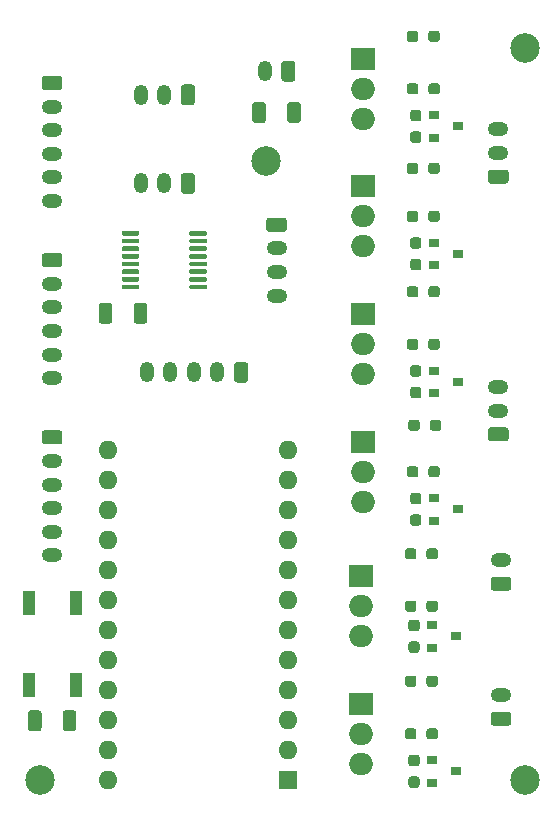
<source format=gbr>
%TF.GenerationSoftware,KiCad,Pcbnew,(5.1.9)-1*%
%TF.CreationDate,2021-10-29T07:15:38-06:00*%
%TF.ProjectId,throttle_controller,7468726f-7474-46c6-955f-636f6e74726f,rev?*%
%TF.SameCoordinates,Original*%
%TF.FileFunction,Soldermask,Top*%
%TF.FilePolarity,Negative*%
%FSLAX46Y46*%
G04 Gerber Fmt 4.6, Leading zero omitted, Abs format (unit mm)*
G04 Created by KiCad (PCBNEW (5.1.9)-1) date 2021-10-29 07:15:38*
%MOMM*%
%LPD*%
G01*
G04 APERTURE LIST*
%ADD10O,1.200000X1.750000*%
%ADD11O,1.750000X1.200000*%
%ADD12O,2.000000X1.905000*%
%ADD13R,2.000000X1.905000*%
%ADD14R,0.900000X0.800000*%
%ADD15O,1.600000X1.600000*%
%ADD16R,1.600000X1.600000*%
%ADD17R,1.000000X2.000000*%
%ADD18C,2.500000*%
G04 APERTURE END LIST*
%TO.C,C3*%
G36*
G01*
X151076000Y-90179999D02*
X151076000Y-91480001D01*
G75*
G02*
X150826001Y-91730000I-249999J0D01*
G01*
X150175999Y-91730000D01*
G75*
G02*
X149926000Y-91480001I0J249999D01*
G01*
X149926000Y-90179999D01*
G75*
G02*
X150175999Y-89930000I249999J0D01*
G01*
X150826001Y-89930000D01*
G75*
G02*
X151076000Y-90179999I0J-249999D01*
G01*
G37*
G36*
G01*
X154026000Y-90179999D02*
X154026000Y-91480001D01*
G75*
G02*
X153776001Y-91730000I-249999J0D01*
G01*
X153125999Y-91730000D01*
G75*
G02*
X152876000Y-91480001I0J249999D01*
G01*
X152876000Y-90179999D01*
G75*
G02*
X153125999Y-89930000I249999J0D01*
G01*
X153776001Y-89930000D01*
G75*
G02*
X154026000Y-90179999I0J-249999D01*
G01*
G37*
%TD*%
D10*
%TO.C,J8*%
X150976000Y-87330000D03*
G36*
G01*
X153576000Y-86704999D02*
X153576000Y-87955001D01*
G75*
G02*
X153326001Y-88205000I-249999J0D01*
G01*
X152625999Y-88205000D01*
G75*
G02*
X152376000Y-87955001I0J249999D01*
G01*
X152376000Y-86704999D01*
G75*
G02*
X152625999Y-86455000I249999J0D01*
G01*
X153326001Y-86455000D01*
G75*
G02*
X153576000Y-86704999I0J-249999D01*
G01*
G37*
%TD*%
%TO.C,R4*%
G36*
G01*
X164671500Y-143668500D02*
X164671500Y-143193500D01*
G75*
G02*
X164909000Y-142956000I237500J0D01*
G01*
X165409000Y-142956000D01*
G75*
G02*
X165646500Y-143193500I0J-237500D01*
G01*
X165646500Y-143668500D01*
G75*
G02*
X165409000Y-143906000I-237500J0D01*
G01*
X164909000Y-143906000D01*
G75*
G02*
X164671500Y-143668500I0J237500D01*
G01*
G37*
G36*
G01*
X162846500Y-143668500D02*
X162846500Y-143193500D01*
G75*
G02*
X163084000Y-142956000I237500J0D01*
G01*
X163584000Y-142956000D01*
G75*
G02*
X163821500Y-143193500I0J-237500D01*
G01*
X163821500Y-143668500D01*
G75*
G02*
X163584000Y-143906000I-237500J0D01*
G01*
X163084000Y-143906000D01*
G75*
G02*
X162846500Y-143668500I0J237500D01*
G01*
G37*
%TD*%
%TO.C,R2*%
G36*
G01*
X163374000Y-135601000D02*
X163849000Y-135601000D01*
G75*
G02*
X164086500Y-135838500I0J-237500D01*
G01*
X164086500Y-136338500D01*
G75*
G02*
X163849000Y-136576000I-237500J0D01*
G01*
X163374000Y-136576000D01*
G75*
G02*
X163136500Y-136338500I0J237500D01*
G01*
X163136500Y-135838500D01*
G75*
G02*
X163374000Y-135601000I237500J0D01*
G01*
G37*
G36*
G01*
X163374000Y-133776000D02*
X163849000Y-133776000D01*
G75*
G02*
X164086500Y-134013500I0J-237500D01*
G01*
X164086500Y-134513500D01*
G75*
G02*
X163849000Y-134751000I-237500J0D01*
G01*
X163374000Y-134751000D01*
G75*
G02*
X163136500Y-134513500I0J237500D01*
G01*
X163136500Y-134013500D01*
G75*
G02*
X163374000Y-133776000I237500J0D01*
G01*
G37*
%TD*%
D11*
%TO.C,J10*%
X170976000Y-140161000D03*
G36*
G01*
X171601001Y-142761000D02*
X170350999Y-142761000D01*
G75*
G02*
X170101000Y-142511001I0J249999D01*
G01*
X170101000Y-141810999D01*
G75*
G02*
X170350999Y-141561000I249999J0D01*
G01*
X171601001Y-141561000D01*
G75*
G02*
X171851000Y-141810999I0J-249999D01*
G01*
X171851000Y-142511001D01*
G75*
G02*
X171601001Y-142761000I-249999J0D01*
G01*
G37*
%TD*%
D12*
%TO.C,Q1*%
X159166500Y-135176000D03*
X159166500Y-132636000D03*
D13*
X159166500Y-130096000D03*
%TD*%
D14*
%TO.C,Q4*%
X167151500Y-146606000D03*
X165151500Y-147556000D03*
X165151500Y-145656000D03*
%TD*%
%TO.C,R3*%
G36*
G01*
X164671500Y-128428500D02*
X164671500Y-127953500D01*
G75*
G02*
X164909000Y-127716000I237500J0D01*
G01*
X165409000Y-127716000D01*
G75*
G02*
X165646500Y-127953500I0J-237500D01*
G01*
X165646500Y-128428500D01*
G75*
G02*
X165409000Y-128666000I-237500J0D01*
G01*
X164909000Y-128666000D01*
G75*
G02*
X164671500Y-128428500I0J237500D01*
G01*
G37*
G36*
G01*
X162846500Y-128428500D02*
X162846500Y-127953500D01*
G75*
G02*
X163084000Y-127716000I237500J0D01*
G01*
X163584000Y-127716000D01*
G75*
G02*
X163821500Y-127953500I0J-237500D01*
G01*
X163821500Y-128428500D01*
G75*
G02*
X163584000Y-128666000I-237500J0D01*
G01*
X163084000Y-128666000D01*
G75*
G02*
X162846500Y-128428500I0J237500D01*
G01*
G37*
%TD*%
%TO.C,Q2*%
X167151500Y-135176000D03*
X165151500Y-136126000D03*
X165151500Y-134226000D03*
%TD*%
%TO.C,R5*%
G36*
G01*
X163374000Y-147031000D02*
X163849000Y-147031000D01*
G75*
G02*
X164086500Y-147268500I0J-237500D01*
G01*
X164086500Y-147768500D01*
G75*
G02*
X163849000Y-148006000I-237500J0D01*
G01*
X163374000Y-148006000D01*
G75*
G02*
X163136500Y-147768500I0J237500D01*
G01*
X163136500Y-147268500D01*
G75*
G02*
X163374000Y-147031000I237500J0D01*
G01*
G37*
G36*
G01*
X163374000Y-145206000D02*
X163849000Y-145206000D01*
G75*
G02*
X164086500Y-145443500I0J-237500D01*
G01*
X164086500Y-145943500D01*
G75*
G02*
X163849000Y-146181000I-237500J0D01*
G01*
X163374000Y-146181000D01*
G75*
G02*
X163136500Y-145943500I0J237500D01*
G01*
X163136500Y-145443500D01*
G75*
G02*
X163374000Y-145206000I237500J0D01*
G01*
G37*
%TD*%
D11*
%TO.C,J9*%
X170976000Y-128731000D03*
G36*
G01*
X171601001Y-131331000D02*
X170350999Y-131331000D01*
G75*
G02*
X170101000Y-131081001I0J249999D01*
G01*
X170101000Y-130380999D01*
G75*
G02*
X170350999Y-130131000I249999J0D01*
G01*
X171601001Y-130131000D01*
G75*
G02*
X171851000Y-130380999I0J-249999D01*
G01*
X171851000Y-131081001D01*
G75*
G02*
X171601001Y-131331000I-249999J0D01*
G01*
G37*
%TD*%
%TO.C,R1*%
G36*
G01*
X164671500Y-132873500D02*
X164671500Y-132398500D01*
G75*
G02*
X164909000Y-132161000I237500J0D01*
G01*
X165409000Y-132161000D01*
G75*
G02*
X165646500Y-132398500I0J-237500D01*
G01*
X165646500Y-132873500D01*
G75*
G02*
X165409000Y-133111000I-237500J0D01*
G01*
X164909000Y-133111000D01*
G75*
G02*
X164671500Y-132873500I0J237500D01*
G01*
G37*
G36*
G01*
X162846500Y-132873500D02*
X162846500Y-132398500D01*
G75*
G02*
X163084000Y-132161000I237500J0D01*
G01*
X163584000Y-132161000D01*
G75*
G02*
X163821500Y-132398500I0J-237500D01*
G01*
X163821500Y-132873500D01*
G75*
G02*
X163584000Y-133111000I-237500J0D01*
G01*
X163084000Y-133111000D01*
G75*
G02*
X162846500Y-132873500I0J237500D01*
G01*
G37*
%TD*%
%TO.C,R6*%
G36*
G01*
X164671500Y-139223500D02*
X164671500Y-138748500D01*
G75*
G02*
X164909000Y-138511000I237500J0D01*
G01*
X165409000Y-138511000D01*
G75*
G02*
X165646500Y-138748500I0J-237500D01*
G01*
X165646500Y-139223500D01*
G75*
G02*
X165409000Y-139461000I-237500J0D01*
G01*
X164909000Y-139461000D01*
G75*
G02*
X164671500Y-139223500I0J237500D01*
G01*
G37*
G36*
G01*
X162846500Y-139223500D02*
X162846500Y-138748500D01*
G75*
G02*
X163084000Y-138511000I237500J0D01*
G01*
X163584000Y-138511000D01*
G75*
G02*
X163821500Y-138748500I0J-237500D01*
G01*
X163821500Y-139223500D01*
G75*
G02*
X163584000Y-139461000I-237500J0D01*
G01*
X163084000Y-139461000D01*
G75*
G02*
X162846500Y-139223500I0J237500D01*
G01*
G37*
%TD*%
D12*
%TO.C,Q3*%
X159166500Y-145971000D03*
X159166500Y-143431000D03*
D13*
X159166500Y-140891000D03*
%TD*%
%TO.C,U2*%
G36*
G01*
X140351000Y-105505000D02*
X140351000Y-105705000D01*
G75*
G02*
X140251000Y-105805000I-100000J0D01*
G01*
X138976000Y-105805000D01*
G75*
G02*
X138876000Y-105705000I0J100000D01*
G01*
X138876000Y-105505000D01*
G75*
G02*
X138976000Y-105405000I100000J0D01*
G01*
X140251000Y-105405000D01*
G75*
G02*
X140351000Y-105505000I0J-100000D01*
G01*
G37*
G36*
G01*
X140351000Y-104855000D02*
X140351000Y-105055000D01*
G75*
G02*
X140251000Y-105155000I-100000J0D01*
G01*
X138976000Y-105155000D01*
G75*
G02*
X138876000Y-105055000I0J100000D01*
G01*
X138876000Y-104855000D01*
G75*
G02*
X138976000Y-104755000I100000J0D01*
G01*
X140251000Y-104755000D01*
G75*
G02*
X140351000Y-104855000I0J-100000D01*
G01*
G37*
G36*
G01*
X140351000Y-104205000D02*
X140351000Y-104405000D01*
G75*
G02*
X140251000Y-104505000I-100000J0D01*
G01*
X138976000Y-104505000D01*
G75*
G02*
X138876000Y-104405000I0J100000D01*
G01*
X138876000Y-104205000D01*
G75*
G02*
X138976000Y-104105000I100000J0D01*
G01*
X140251000Y-104105000D01*
G75*
G02*
X140351000Y-104205000I0J-100000D01*
G01*
G37*
G36*
G01*
X140351000Y-103555000D02*
X140351000Y-103755000D01*
G75*
G02*
X140251000Y-103855000I-100000J0D01*
G01*
X138976000Y-103855000D01*
G75*
G02*
X138876000Y-103755000I0J100000D01*
G01*
X138876000Y-103555000D01*
G75*
G02*
X138976000Y-103455000I100000J0D01*
G01*
X140251000Y-103455000D01*
G75*
G02*
X140351000Y-103555000I0J-100000D01*
G01*
G37*
G36*
G01*
X140351000Y-102905000D02*
X140351000Y-103105000D01*
G75*
G02*
X140251000Y-103205000I-100000J0D01*
G01*
X138976000Y-103205000D01*
G75*
G02*
X138876000Y-103105000I0J100000D01*
G01*
X138876000Y-102905000D01*
G75*
G02*
X138976000Y-102805000I100000J0D01*
G01*
X140251000Y-102805000D01*
G75*
G02*
X140351000Y-102905000I0J-100000D01*
G01*
G37*
G36*
G01*
X140351000Y-102255000D02*
X140351000Y-102455000D01*
G75*
G02*
X140251000Y-102555000I-100000J0D01*
G01*
X138976000Y-102555000D01*
G75*
G02*
X138876000Y-102455000I0J100000D01*
G01*
X138876000Y-102255000D01*
G75*
G02*
X138976000Y-102155000I100000J0D01*
G01*
X140251000Y-102155000D01*
G75*
G02*
X140351000Y-102255000I0J-100000D01*
G01*
G37*
G36*
G01*
X140351000Y-101605000D02*
X140351000Y-101805000D01*
G75*
G02*
X140251000Y-101905000I-100000J0D01*
G01*
X138976000Y-101905000D01*
G75*
G02*
X138876000Y-101805000I0J100000D01*
G01*
X138876000Y-101605000D01*
G75*
G02*
X138976000Y-101505000I100000J0D01*
G01*
X140251000Y-101505000D01*
G75*
G02*
X140351000Y-101605000I0J-100000D01*
G01*
G37*
G36*
G01*
X140351000Y-100955000D02*
X140351000Y-101155000D01*
G75*
G02*
X140251000Y-101255000I-100000J0D01*
G01*
X138976000Y-101255000D01*
G75*
G02*
X138876000Y-101155000I0J100000D01*
G01*
X138876000Y-100955000D01*
G75*
G02*
X138976000Y-100855000I100000J0D01*
G01*
X140251000Y-100855000D01*
G75*
G02*
X140351000Y-100955000I0J-100000D01*
G01*
G37*
G36*
G01*
X146076000Y-100955000D02*
X146076000Y-101155000D01*
G75*
G02*
X145976000Y-101255000I-100000J0D01*
G01*
X144701000Y-101255000D01*
G75*
G02*
X144601000Y-101155000I0J100000D01*
G01*
X144601000Y-100955000D01*
G75*
G02*
X144701000Y-100855000I100000J0D01*
G01*
X145976000Y-100855000D01*
G75*
G02*
X146076000Y-100955000I0J-100000D01*
G01*
G37*
G36*
G01*
X146076000Y-101605000D02*
X146076000Y-101805000D01*
G75*
G02*
X145976000Y-101905000I-100000J0D01*
G01*
X144701000Y-101905000D01*
G75*
G02*
X144601000Y-101805000I0J100000D01*
G01*
X144601000Y-101605000D01*
G75*
G02*
X144701000Y-101505000I100000J0D01*
G01*
X145976000Y-101505000D01*
G75*
G02*
X146076000Y-101605000I0J-100000D01*
G01*
G37*
G36*
G01*
X146076000Y-102255000D02*
X146076000Y-102455000D01*
G75*
G02*
X145976000Y-102555000I-100000J0D01*
G01*
X144701000Y-102555000D01*
G75*
G02*
X144601000Y-102455000I0J100000D01*
G01*
X144601000Y-102255000D01*
G75*
G02*
X144701000Y-102155000I100000J0D01*
G01*
X145976000Y-102155000D01*
G75*
G02*
X146076000Y-102255000I0J-100000D01*
G01*
G37*
G36*
G01*
X146076000Y-102905000D02*
X146076000Y-103105000D01*
G75*
G02*
X145976000Y-103205000I-100000J0D01*
G01*
X144701000Y-103205000D01*
G75*
G02*
X144601000Y-103105000I0J100000D01*
G01*
X144601000Y-102905000D01*
G75*
G02*
X144701000Y-102805000I100000J0D01*
G01*
X145976000Y-102805000D01*
G75*
G02*
X146076000Y-102905000I0J-100000D01*
G01*
G37*
G36*
G01*
X146076000Y-103555000D02*
X146076000Y-103755000D01*
G75*
G02*
X145976000Y-103855000I-100000J0D01*
G01*
X144701000Y-103855000D01*
G75*
G02*
X144601000Y-103755000I0J100000D01*
G01*
X144601000Y-103555000D01*
G75*
G02*
X144701000Y-103455000I100000J0D01*
G01*
X145976000Y-103455000D01*
G75*
G02*
X146076000Y-103555000I0J-100000D01*
G01*
G37*
G36*
G01*
X146076000Y-104205000D02*
X146076000Y-104405000D01*
G75*
G02*
X145976000Y-104505000I-100000J0D01*
G01*
X144701000Y-104505000D01*
G75*
G02*
X144601000Y-104405000I0J100000D01*
G01*
X144601000Y-104205000D01*
G75*
G02*
X144701000Y-104105000I100000J0D01*
G01*
X145976000Y-104105000D01*
G75*
G02*
X146076000Y-104205000I0J-100000D01*
G01*
G37*
G36*
G01*
X146076000Y-104855000D02*
X146076000Y-105055000D01*
G75*
G02*
X145976000Y-105155000I-100000J0D01*
G01*
X144701000Y-105155000D01*
G75*
G02*
X144601000Y-105055000I0J100000D01*
G01*
X144601000Y-104855000D01*
G75*
G02*
X144701000Y-104755000I100000J0D01*
G01*
X145976000Y-104755000D01*
G75*
G02*
X146076000Y-104855000I0J-100000D01*
G01*
G37*
G36*
G01*
X146076000Y-105505000D02*
X146076000Y-105705000D01*
G75*
G02*
X145976000Y-105805000I-100000J0D01*
G01*
X144701000Y-105805000D01*
G75*
G02*
X144601000Y-105705000I0J100000D01*
G01*
X144601000Y-105505000D01*
G75*
G02*
X144701000Y-105405000I100000J0D01*
G01*
X145976000Y-105405000D01*
G75*
G02*
X146076000Y-105505000I0J-100000D01*
G01*
G37*
%TD*%
D15*
%TO.C,U1*%
X137736000Y-147330000D03*
X152976000Y-119390000D03*
X137736000Y-144790000D03*
X152976000Y-121930000D03*
X137736000Y-142250000D03*
X152976000Y-124470000D03*
X137736000Y-139710000D03*
X152976000Y-127010000D03*
X137736000Y-137170000D03*
X152976000Y-129550000D03*
X137736000Y-134630000D03*
X152976000Y-132090000D03*
X137736000Y-132090000D03*
X152976000Y-134630000D03*
X137736000Y-129550000D03*
X152976000Y-137170000D03*
X137736000Y-127010000D03*
X152976000Y-139710000D03*
X137736000Y-124470000D03*
X152976000Y-142250000D03*
X137736000Y-121930000D03*
X152976000Y-144790000D03*
X137736000Y-119390000D03*
D16*
X152976000Y-147330000D03*
%TD*%
D17*
%TO.C,SW1*%
X134976000Y-132330000D03*
X134976000Y-139330000D03*
X130976000Y-132330000D03*
X130976000Y-139330000D03*
%TD*%
%TO.C,R18*%
G36*
G01*
X164955000Y-117551500D02*
X164955000Y-117076500D01*
G75*
G02*
X165192500Y-116839000I237500J0D01*
G01*
X165692500Y-116839000D01*
G75*
G02*
X165930000Y-117076500I0J-237500D01*
G01*
X165930000Y-117551500D01*
G75*
G02*
X165692500Y-117789000I-237500J0D01*
G01*
X165192500Y-117789000D01*
G75*
G02*
X164955000Y-117551500I0J237500D01*
G01*
G37*
G36*
G01*
X163130000Y-117551500D02*
X163130000Y-117076500D01*
G75*
G02*
X163367500Y-116839000I237500J0D01*
G01*
X163867500Y-116839000D01*
G75*
G02*
X164105000Y-117076500I0J-237500D01*
G01*
X164105000Y-117551500D01*
G75*
G02*
X163867500Y-117789000I-237500J0D01*
G01*
X163367500Y-117789000D01*
G75*
G02*
X163130000Y-117551500I0J237500D01*
G01*
G37*
%TD*%
%TO.C,R17*%
G36*
G01*
X164828000Y-106248500D02*
X164828000Y-105773500D01*
G75*
G02*
X165065500Y-105536000I237500J0D01*
G01*
X165565500Y-105536000D01*
G75*
G02*
X165803000Y-105773500I0J-237500D01*
G01*
X165803000Y-106248500D01*
G75*
G02*
X165565500Y-106486000I-237500J0D01*
G01*
X165065500Y-106486000D01*
G75*
G02*
X164828000Y-106248500I0J237500D01*
G01*
G37*
G36*
G01*
X163003000Y-106248500D02*
X163003000Y-105773500D01*
G75*
G02*
X163240500Y-105536000I237500J0D01*
G01*
X163740500Y-105536000D01*
G75*
G02*
X163978000Y-105773500I0J-237500D01*
G01*
X163978000Y-106248500D01*
G75*
G02*
X163740500Y-106486000I-237500J0D01*
G01*
X163240500Y-106486000D01*
G75*
G02*
X163003000Y-106248500I0J237500D01*
G01*
G37*
%TD*%
%TO.C,R16*%
G36*
G01*
X163530500Y-124851000D02*
X164005500Y-124851000D01*
G75*
G02*
X164243000Y-125088500I0J-237500D01*
G01*
X164243000Y-125588500D01*
G75*
G02*
X164005500Y-125826000I-237500J0D01*
G01*
X163530500Y-125826000D01*
G75*
G02*
X163293000Y-125588500I0J237500D01*
G01*
X163293000Y-125088500D01*
G75*
G02*
X163530500Y-124851000I237500J0D01*
G01*
G37*
G36*
G01*
X163530500Y-123026000D02*
X164005500Y-123026000D01*
G75*
G02*
X164243000Y-123263500I0J-237500D01*
G01*
X164243000Y-123763500D01*
G75*
G02*
X164005500Y-124001000I-237500J0D01*
G01*
X163530500Y-124001000D01*
G75*
G02*
X163293000Y-123763500I0J237500D01*
G01*
X163293000Y-123263500D01*
G75*
G02*
X163530500Y-123026000I237500J0D01*
G01*
G37*
%TD*%
%TO.C,R15*%
G36*
G01*
X163530500Y-114056000D02*
X164005500Y-114056000D01*
G75*
G02*
X164243000Y-114293500I0J-237500D01*
G01*
X164243000Y-114793500D01*
G75*
G02*
X164005500Y-115031000I-237500J0D01*
G01*
X163530500Y-115031000D01*
G75*
G02*
X163293000Y-114793500I0J237500D01*
G01*
X163293000Y-114293500D01*
G75*
G02*
X163530500Y-114056000I237500J0D01*
G01*
G37*
G36*
G01*
X163530500Y-112231000D02*
X164005500Y-112231000D01*
G75*
G02*
X164243000Y-112468500I0J-237500D01*
G01*
X164243000Y-112968500D01*
G75*
G02*
X164005500Y-113206000I-237500J0D01*
G01*
X163530500Y-113206000D01*
G75*
G02*
X163293000Y-112968500I0J237500D01*
G01*
X163293000Y-112468500D01*
G75*
G02*
X163530500Y-112231000I237500J0D01*
G01*
G37*
%TD*%
%TO.C,R14*%
G36*
G01*
X164828000Y-121488500D02*
X164828000Y-121013500D01*
G75*
G02*
X165065500Y-120776000I237500J0D01*
G01*
X165565500Y-120776000D01*
G75*
G02*
X165803000Y-121013500I0J-237500D01*
G01*
X165803000Y-121488500D01*
G75*
G02*
X165565500Y-121726000I-237500J0D01*
G01*
X165065500Y-121726000D01*
G75*
G02*
X164828000Y-121488500I0J237500D01*
G01*
G37*
G36*
G01*
X163003000Y-121488500D02*
X163003000Y-121013500D01*
G75*
G02*
X163240500Y-120776000I237500J0D01*
G01*
X163740500Y-120776000D01*
G75*
G02*
X163978000Y-121013500I0J-237500D01*
G01*
X163978000Y-121488500D01*
G75*
G02*
X163740500Y-121726000I-237500J0D01*
G01*
X163240500Y-121726000D01*
G75*
G02*
X163003000Y-121488500I0J237500D01*
G01*
G37*
%TD*%
%TO.C,R13*%
G36*
G01*
X164828000Y-110693500D02*
X164828000Y-110218500D01*
G75*
G02*
X165065500Y-109981000I237500J0D01*
G01*
X165565500Y-109981000D01*
G75*
G02*
X165803000Y-110218500I0J-237500D01*
G01*
X165803000Y-110693500D01*
G75*
G02*
X165565500Y-110931000I-237500J0D01*
G01*
X165065500Y-110931000D01*
G75*
G02*
X164828000Y-110693500I0J237500D01*
G01*
G37*
G36*
G01*
X163003000Y-110693500D02*
X163003000Y-110218500D01*
G75*
G02*
X163240500Y-109981000I237500J0D01*
G01*
X163740500Y-109981000D01*
G75*
G02*
X163978000Y-110218500I0J-237500D01*
G01*
X163978000Y-110693500D01*
G75*
G02*
X163740500Y-110931000I-237500J0D01*
G01*
X163240500Y-110931000D01*
G75*
G02*
X163003000Y-110693500I0J237500D01*
G01*
G37*
%TD*%
%TO.C,R12*%
G36*
G01*
X164828000Y-95794500D02*
X164828000Y-95319500D01*
G75*
G02*
X165065500Y-95082000I237500J0D01*
G01*
X165565500Y-95082000D01*
G75*
G02*
X165803000Y-95319500I0J-237500D01*
G01*
X165803000Y-95794500D01*
G75*
G02*
X165565500Y-96032000I-237500J0D01*
G01*
X165065500Y-96032000D01*
G75*
G02*
X164828000Y-95794500I0J237500D01*
G01*
G37*
G36*
G01*
X163003000Y-95794500D02*
X163003000Y-95319500D01*
G75*
G02*
X163240500Y-95082000I237500J0D01*
G01*
X163740500Y-95082000D01*
G75*
G02*
X163978000Y-95319500I0J-237500D01*
G01*
X163978000Y-95794500D01*
G75*
G02*
X163740500Y-96032000I-237500J0D01*
G01*
X163240500Y-96032000D01*
G75*
G02*
X163003000Y-95794500I0J237500D01*
G01*
G37*
%TD*%
%TO.C,R11*%
G36*
G01*
X164828000Y-84618500D02*
X164828000Y-84143500D01*
G75*
G02*
X165065500Y-83906000I237500J0D01*
G01*
X165565500Y-83906000D01*
G75*
G02*
X165803000Y-84143500I0J-237500D01*
G01*
X165803000Y-84618500D01*
G75*
G02*
X165565500Y-84856000I-237500J0D01*
G01*
X165065500Y-84856000D01*
G75*
G02*
X164828000Y-84618500I0J237500D01*
G01*
G37*
G36*
G01*
X163003000Y-84618500D02*
X163003000Y-84143500D01*
G75*
G02*
X163240500Y-83906000I237500J0D01*
G01*
X163740500Y-83906000D01*
G75*
G02*
X163978000Y-84143500I0J-237500D01*
G01*
X163978000Y-84618500D01*
G75*
G02*
X163740500Y-84856000I-237500J0D01*
G01*
X163240500Y-84856000D01*
G75*
G02*
X163003000Y-84618500I0J237500D01*
G01*
G37*
%TD*%
%TO.C,R10*%
G36*
G01*
X163530500Y-103221000D02*
X164005500Y-103221000D01*
G75*
G02*
X164243000Y-103458500I0J-237500D01*
G01*
X164243000Y-103958500D01*
G75*
G02*
X164005500Y-104196000I-237500J0D01*
G01*
X163530500Y-104196000D01*
G75*
G02*
X163293000Y-103958500I0J237500D01*
G01*
X163293000Y-103458500D01*
G75*
G02*
X163530500Y-103221000I237500J0D01*
G01*
G37*
G36*
G01*
X163530500Y-101396000D02*
X164005500Y-101396000D01*
G75*
G02*
X164243000Y-101633500I0J-237500D01*
G01*
X164243000Y-102133500D01*
G75*
G02*
X164005500Y-102371000I-237500J0D01*
G01*
X163530500Y-102371000D01*
G75*
G02*
X163293000Y-102133500I0J237500D01*
G01*
X163293000Y-101633500D01*
G75*
G02*
X163530500Y-101396000I237500J0D01*
G01*
G37*
%TD*%
%TO.C,R9*%
G36*
G01*
X163530500Y-92426000D02*
X164005500Y-92426000D01*
G75*
G02*
X164243000Y-92663500I0J-237500D01*
G01*
X164243000Y-93163500D01*
G75*
G02*
X164005500Y-93401000I-237500J0D01*
G01*
X163530500Y-93401000D01*
G75*
G02*
X163293000Y-93163500I0J237500D01*
G01*
X163293000Y-92663500D01*
G75*
G02*
X163530500Y-92426000I237500J0D01*
G01*
G37*
G36*
G01*
X163530500Y-90601000D02*
X164005500Y-90601000D01*
G75*
G02*
X164243000Y-90838500I0J-237500D01*
G01*
X164243000Y-91338500D01*
G75*
G02*
X164005500Y-91576000I-237500J0D01*
G01*
X163530500Y-91576000D01*
G75*
G02*
X163293000Y-91338500I0J237500D01*
G01*
X163293000Y-90838500D01*
G75*
G02*
X163530500Y-90601000I237500J0D01*
G01*
G37*
%TD*%
%TO.C,R8*%
G36*
G01*
X164828000Y-99858500D02*
X164828000Y-99383500D01*
G75*
G02*
X165065500Y-99146000I237500J0D01*
G01*
X165565500Y-99146000D01*
G75*
G02*
X165803000Y-99383500I0J-237500D01*
G01*
X165803000Y-99858500D01*
G75*
G02*
X165565500Y-100096000I-237500J0D01*
G01*
X165065500Y-100096000D01*
G75*
G02*
X164828000Y-99858500I0J237500D01*
G01*
G37*
G36*
G01*
X163003000Y-99858500D02*
X163003000Y-99383500D01*
G75*
G02*
X163240500Y-99146000I237500J0D01*
G01*
X163740500Y-99146000D01*
G75*
G02*
X163978000Y-99383500I0J-237500D01*
G01*
X163978000Y-99858500D01*
G75*
G02*
X163740500Y-100096000I-237500J0D01*
G01*
X163240500Y-100096000D01*
G75*
G02*
X163003000Y-99858500I0J237500D01*
G01*
G37*
%TD*%
%TO.C,R7*%
G36*
G01*
X164828000Y-89063500D02*
X164828000Y-88588500D01*
G75*
G02*
X165065500Y-88351000I237500J0D01*
G01*
X165565500Y-88351000D01*
G75*
G02*
X165803000Y-88588500I0J-237500D01*
G01*
X165803000Y-89063500D01*
G75*
G02*
X165565500Y-89301000I-237500J0D01*
G01*
X165065500Y-89301000D01*
G75*
G02*
X164828000Y-89063500I0J237500D01*
G01*
G37*
G36*
G01*
X163003000Y-89063500D02*
X163003000Y-88588500D01*
G75*
G02*
X163240500Y-88351000I237500J0D01*
G01*
X163740500Y-88351000D01*
G75*
G02*
X163978000Y-88588500I0J-237500D01*
G01*
X163978000Y-89063500D01*
G75*
G02*
X163740500Y-89301000I-237500J0D01*
G01*
X163240500Y-89301000D01*
G75*
G02*
X163003000Y-89063500I0J237500D01*
G01*
G37*
%TD*%
D14*
%TO.C,Q12*%
X167308000Y-124426000D03*
X165308000Y-125376000D03*
X165308000Y-123476000D03*
%TD*%
%TO.C,Q11*%
X167308000Y-113631000D03*
X165308000Y-114581000D03*
X165308000Y-112681000D03*
%TD*%
D12*
%TO.C,Q10*%
X159323000Y-123791000D03*
X159323000Y-121251000D03*
D13*
X159323000Y-118711000D03*
%TD*%
D12*
%TO.C,Q9*%
X159323000Y-112996000D03*
X159323000Y-110456000D03*
D13*
X159323000Y-107916000D03*
%TD*%
D14*
%TO.C,Q8*%
X167308000Y-102796000D03*
X165308000Y-103746000D03*
X165308000Y-101846000D03*
%TD*%
%TO.C,Q7*%
X167308000Y-92001000D03*
X165308000Y-92951000D03*
X165308000Y-91051000D03*
%TD*%
D12*
%TO.C,Q6*%
X159323000Y-102161000D03*
X159323000Y-99621000D03*
D13*
X159323000Y-97081000D03*
%TD*%
D12*
%TO.C,Q5*%
X159323000Y-91366000D03*
X159323000Y-88826000D03*
D13*
X159323000Y-86286000D03*
%TD*%
D11*
%TO.C,J12*%
X170753000Y-114076000D03*
X170753000Y-116076000D03*
G36*
G01*
X171378001Y-118676000D02*
X170127999Y-118676000D01*
G75*
G02*
X169878000Y-118426001I0J249999D01*
G01*
X169878000Y-117725999D01*
G75*
G02*
X170127999Y-117476000I249999J0D01*
G01*
X171378001Y-117476000D01*
G75*
G02*
X171628000Y-117725999I0J-249999D01*
G01*
X171628000Y-118426001D01*
G75*
G02*
X171378001Y-118676000I-249999J0D01*
G01*
G37*
%TD*%
%TO.C,J11*%
X170753000Y-92255500D03*
X170753000Y-94255500D03*
G36*
G01*
X171378001Y-96855500D02*
X170127999Y-96855500D01*
G75*
G02*
X169878000Y-96605501I0J249999D01*
G01*
X169878000Y-95905499D01*
G75*
G02*
X170127999Y-95655500I249999J0D01*
G01*
X171378001Y-95655500D01*
G75*
G02*
X171628000Y-95905499I0J-249999D01*
G01*
X171628000Y-96605501D01*
G75*
G02*
X171378001Y-96855500I-249999J0D01*
G01*
G37*
%TD*%
D10*
%TO.C,J7*%
X140476000Y-96830000D03*
X142476000Y-96830000D03*
G36*
G01*
X145076000Y-96204999D02*
X145076000Y-97455001D01*
G75*
G02*
X144826001Y-97705000I-249999J0D01*
G01*
X144125999Y-97705000D01*
G75*
G02*
X143876000Y-97455001I0J249999D01*
G01*
X143876000Y-96204999D01*
G75*
G02*
X144125999Y-95955000I249999J0D01*
G01*
X144826001Y-95955000D01*
G75*
G02*
X145076000Y-96204999I0J-249999D01*
G01*
G37*
%TD*%
%TO.C,J6*%
X140476000Y-89330000D03*
X142476000Y-89330000D03*
G36*
G01*
X145076000Y-88704999D02*
X145076000Y-89955001D01*
G75*
G02*
X144826001Y-90205000I-249999J0D01*
G01*
X144125999Y-90205000D01*
G75*
G02*
X143876000Y-89955001I0J249999D01*
G01*
X143876000Y-88704999D01*
G75*
G02*
X144125999Y-88455000I249999J0D01*
G01*
X144826001Y-88455000D01*
G75*
G02*
X145076000Y-88704999I0J-249999D01*
G01*
G37*
%TD*%
D11*
%TO.C,J5*%
X151976000Y-106330000D03*
X151976000Y-104330000D03*
X151976000Y-102330000D03*
G36*
G01*
X151350999Y-99730000D02*
X152601001Y-99730000D01*
G75*
G02*
X152851000Y-99979999I0J-249999D01*
G01*
X152851000Y-100680001D01*
G75*
G02*
X152601001Y-100930000I-249999J0D01*
G01*
X151350999Y-100930000D01*
G75*
G02*
X151101000Y-100680001I0J249999D01*
G01*
X151101000Y-99979999D01*
G75*
G02*
X151350999Y-99730000I249999J0D01*
G01*
G37*
%TD*%
D10*
%TO.C,J4*%
X140976000Y-112830000D03*
X142976000Y-112830000D03*
X144976000Y-112830000D03*
X146976000Y-112830000D03*
G36*
G01*
X149576000Y-112204999D02*
X149576000Y-113455001D01*
G75*
G02*
X149326001Y-113705000I-249999J0D01*
G01*
X148625999Y-113705000D01*
G75*
G02*
X148376000Y-113455001I0J249999D01*
G01*
X148376000Y-112204999D01*
G75*
G02*
X148625999Y-111955000I249999J0D01*
G01*
X149326001Y-111955000D01*
G75*
G02*
X149576000Y-112204999I0J-249999D01*
G01*
G37*
%TD*%
D11*
%TO.C,J3*%
X132976000Y-98330000D03*
X132976000Y-96330000D03*
X132976000Y-94330000D03*
X132976000Y-92330000D03*
X132976000Y-90330000D03*
G36*
G01*
X132350999Y-87730000D02*
X133601001Y-87730000D01*
G75*
G02*
X133851000Y-87979999I0J-249999D01*
G01*
X133851000Y-88680001D01*
G75*
G02*
X133601001Y-88930000I-249999J0D01*
G01*
X132350999Y-88930000D01*
G75*
G02*
X132101000Y-88680001I0J249999D01*
G01*
X132101000Y-87979999D01*
G75*
G02*
X132350999Y-87730000I249999J0D01*
G01*
G37*
%TD*%
%TO.C,J2*%
X132976000Y-113330000D03*
X132976000Y-111330000D03*
X132976000Y-109330000D03*
X132976000Y-107330000D03*
X132976000Y-105330000D03*
G36*
G01*
X132350999Y-102730000D02*
X133601001Y-102730000D01*
G75*
G02*
X133851000Y-102979999I0J-249999D01*
G01*
X133851000Y-103680001D01*
G75*
G02*
X133601001Y-103930000I-249999J0D01*
G01*
X132350999Y-103930000D01*
G75*
G02*
X132101000Y-103680001I0J249999D01*
G01*
X132101000Y-102979999D01*
G75*
G02*
X132350999Y-102730000I249999J0D01*
G01*
G37*
%TD*%
%TO.C,J1*%
X132976000Y-128330000D03*
X132976000Y-126330000D03*
X132976000Y-124330000D03*
X132976000Y-122330000D03*
X132976000Y-120330000D03*
G36*
G01*
X132350999Y-117730000D02*
X133601001Y-117730000D01*
G75*
G02*
X133851000Y-117979999I0J-249999D01*
G01*
X133851000Y-118680001D01*
G75*
G02*
X133601001Y-118930000I-249999J0D01*
G01*
X132350999Y-118930000D01*
G75*
G02*
X132101000Y-118680001I0J249999D01*
G01*
X132101000Y-117979999D01*
G75*
G02*
X132350999Y-117730000I249999J0D01*
G01*
G37*
%TD*%
D18*
%TO.C,H4*%
X151124000Y-94934000D03*
%TD*%
%TO.C,H3*%
X131976000Y-147330000D03*
%TD*%
%TO.C,H2*%
X172976000Y-85330000D03*
%TD*%
%TO.C,H1*%
X172976000Y-147330000D03*
%TD*%
%TO.C,C2*%
G36*
G01*
X132076000Y-141679999D02*
X132076000Y-142980001D01*
G75*
G02*
X131826001Y-143230000I-249999J0D01*
G01*
X131175999Y-143230000D01*
G75*
G02*
X130926000Y-142980001I0J249999D01*
G01*
X130926000Y-141679999D01*
G75*
G02*
X131175999Y-141430000I249999J0D01*
G01*
X131826001Y-141430000D01*
G75*
G02*
X132076000Y-141679999I0J-249999D01*
G01*
G37*
G36*
G01*
X135026000Y-141679999D02*
X135026000Y-142980001D01*
G75*
G02*
X134776001Y-143230000I-249999J0D01*
G01*
X134125999Y-143230000D01*
G75*
G02*
X133876000Y-142980001I0J249999D01*
G01*
X133876000Y-141679999D01*
G75*
G02*
X134125999Y-141430000I249999J0D01*
G01*
X134776001Y-141430000D01*
G75*
G02*
X135026000Y-141679999I0J-249999D01*
G01*
G37*
%TD*%
%TO.C,C1*%
G36*
G01*
X139876000Y-108480001D02*
X139876000Y-107179999D01*
G75*
G02*
X140125999Y-106930000I249999J0D01*
G01*
X140776001Y-106930000D01*
G75*
G02*
X141026000Y-107179999I0J-249999D01*
G01*
X141026000Y-108480001D01*
G75*
G02*
X140776001Y-108730000I-249999J0D01*
G01*
X140125999Y-108730000D01*
G75*
G02*
X139876000Y-108480001I0J249999D01*
G01*
G37*
G36*
G01*
X136926000Y-108480001D02*
X136926000Y-107179999D01*
G75*
G02*
X137175999Y-106930000I249999J0D01*
G01*
X137826001Y-106930000D01*
G75*
G02*
X138076000Y-107179999I0J-249999D01*
G01*
X138076000Y-108480001D01*
G75*
G02*
X137826001Y-108730000I-249999J0D01*
G01*
X137175999Y-108730000D01*
G75*
G02*
X136926000Y-108480001I0J249999D01*
G01*
G37*
%TD*%
M02*

</source>
